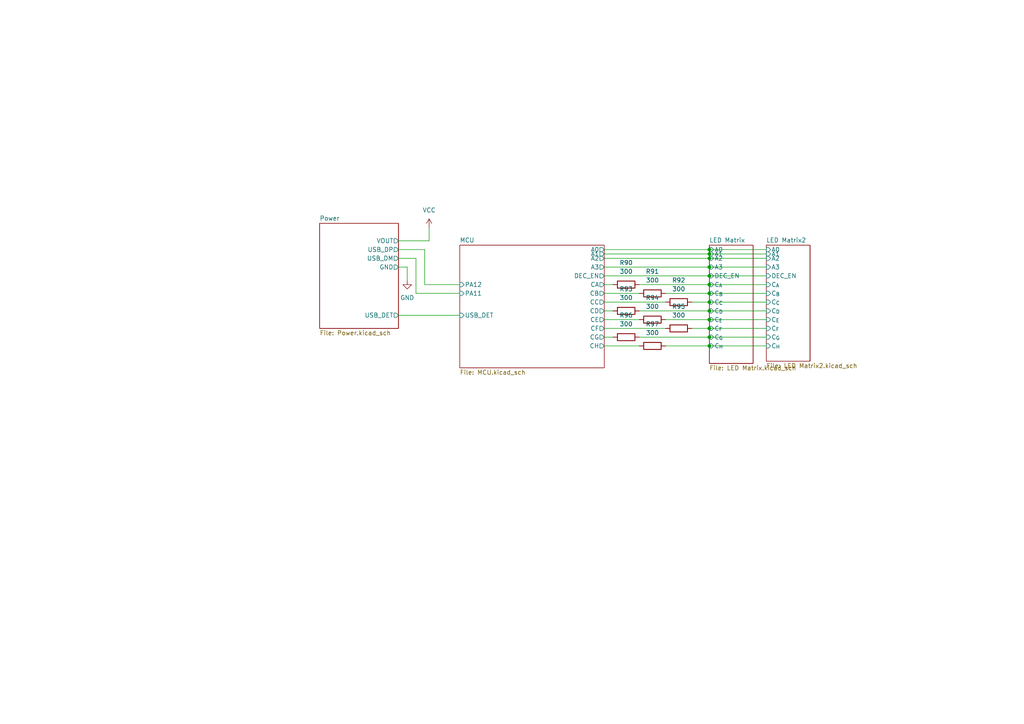
<source format=kicad_sch>
(kicad_sch (version 20231120) (generator "eeschema") (generator_version "8.0")
  (paper "A4")
  (lib_symbols
    (symbol "Device:R" (pin_numbers hide) (pin_names (offset 0))
      (property "Reference" "R" (at 2.032 0 90))
      (property "Value" "R" (at 0 0 90))
      (symbol "R_0_1"
        (rectangle (start -1.016 -2.54) (end 1.016 2.54) (stroke (width 0.254)))
      )
      (symbol "R_1_1"
        (pin passive line (at 0 3.81 270) (length 1.27) (name "~") (number "1"))
        (pin passive line (at 0 -3.81 90) (length 1.27) (name "~") (number "2"))
      )
    )
    (symbol "power:GND" (power) (pin_names (offset 0))
      (property "Value" "GND" (at 0 -3.81 0))
      (symbol "GND_0_1"
        (polyline (pts (xy 0 0) (xy 0 -1.27) (xy 1.27 -1.27) (xy 0 -2.54) (xy -1.27 -1.27) (xy 0 -1.27)))
      )
      (symbol "GND_1_1"
        (pin power_in line (at 0 0 270) (length 0) hide (name "GND") (number "1"))
      )
    )
    (symbol "power:VCC" (power) (pin_names (offset 0))
      (property "Value" "VCC" (at 0 3.81 0))
      (symbol "VCC_0_1"
        (polyline (pts (xy -0.762 1.27) (xy 0 2.54)))
        (polyline (pts (xy 0 0) (xy 0 2.54)))
        (polyline (pts (xy 0 2.54) (xy 0.762 1.27)))
      )
      (symbol "VCC_1_1"
        (pin power_in line (at 0 0 90) (length 0) hide (name "VCC") (number "1"))
      )
    )
  )
  (junction (at 205.74 74.93))
  (junction (at 205.74 77.47))
  (junction (at 205.74 73.66))
  (junction (at 205.74 85.09))
  (junction (at 205.74 90.17))
  (junction (at 205.74 100.33))
  (junction (at 205.74 82.55))
  (junction (at 205.74 97.79))
  (junction (at 205.74 72.39))
  (junction (at 205.74 87.63))
  (junction (at 205.74 95.25))
  (junction (at 205.74 80.01))
  (junction (at 205.74 92.71))
  (wire (pts (xy 123.19 82.55) (xy 133.35 82.55)))
  (wire (pts (xy 200.66 95.25) (xy 205.74 95.25)))
  (wire (pts (xy 200.66 87.63) (xy 205.74 87.63)))
  (wire (pts (xy 175.26 90.17) (xy 177.8 90.17)))
  (wire (pts (xy 133.35 85.09) (xy 120.65 85.09)))
  (wire (pts (xy 205.74 97.79) (xy 222.25 97.79)))
  (wire (pts (xy 185.42 90.17) (xy 205.74 90.17)))
  (wire (pts (xy 175.26 80.01) (xy 205.74 80.01)))
  (wire (pts (xy 115.57 77.47) (xy 118.11 77.47)))
  (wire (pts (xy 205.74 73.66) (xy 222.25 73.66)))
  (wire (pts (xy 175.26 87.63) (xy 193.04 87.63)))
  (wire (pts (xy 124.46 66.04) (xy 124.46 69.85)))
  (wire (pts (xy 175.26 73.66) (xy 205.74 73.66)))
  (wire (pts (xy 175.26 74.93) (xy 205.74 74.93)))
  (wire (pts (xy 115.57 91.44) (xy 133.35 91.44)))
  (wire (pts (xy 205.74 85.09) (xy 222.25 85.09)))
  (wire (pts (xy 124.46 69.85) (xy 115.57 69.85)))
  (wire (pts (xy 175.26 72.39) (xy 205.74 72.39)))
  (wire (pts (xy 175.26 97.79) (xy 177.8 97.79)))
  (wire (pts (xy 175.26 77.47) (xy 205.74 77.47)))
  (wire (pts (xy 175.26 92.71) (xy 185.42 92.71)))
  (wire (pts (xy 193.04 85.09) (xy 205.74 85.09)))
  (wire (pts (xy 205.74 100.33) (xy 222.25 100.33)))
  (wire (pts (xy 185.42 82.55) (xy 205.74 82.55)))
  (wire (pts (xy 175.26 95.25) (xy 193.04 95.25)))
  (wire (pts (xy 205.74 87.63) (xy 222.25 87.63)))
  (wire (pts (xy 193.04 100.33) (xy 205.74 100.33)))
  (wire (pts (xy 205.74 77.47) (xy 222.25 77.47)))
  (wire (pts (xy 118.11 77.47) (xy 118.11 81.28)))
  (wire (pts (xy 115.57 72.39) (xy 123.19 72.39)))
  (wire (pts (xy 205.74 82.55) (xy 222.25 82.55)))
  (wire (pts (xy 175.26 85.09) (xy 185.42 85.09)))
  (wire (pts (xy 175.26 100.33) (xy 185.42 100.33)))
  (wire (pts (xy 205.74 95.25) (xy 222.25 95.25)))
  (wire (pts (xy 120.65 74.93) (xy 115.57 74.93)))
  (wire (pts (xy 120.65 85.09) (xy 120.65 74.93)))
  (wire (pts (xy 205.74 92.71) (xy 222.25 92.71)))
  (wire (pts (xy 185.42 97.79) (xy 205.74 97.79)))
  (wire (pts (xy 175.26 82.55) (xy 177.8 82.55)))
  (wire (pts (xy 205.74 90.17) (xy 222.25 90.17)))
  (wire (pts (xy 205.74 72.39) (xy 222.25 72.39)))
  (wire (pts (xy 205.74 80.01) (xy 222.25 80.01)))
  (wire (pts (xy 193.04 92.71) (xy 205.74 92.71)))
  (wire (pts (xy 205.74 74.93) (xy 222.25 74.93)))
  (wire (pts (xy 123.19 72.39) (xy 123.19 82.55)))
  (symbol (lib_id "Device:R") (at 181.61 97.79 90) (unit 1)
    (property "Reference" "R96" (at 181.61 91.44 90))
    (property "Value" "300" (at 181.61 93.98 90))
    (property "Footprint" "Resistor_SMD:R_0402_1005Metric_Pad0.72x0.64mm_HandSolder" (effects (hide yes)))
  )
  (symbol (lib_id "Device:R") (at 181.61 90.17 90) (unit 1)
    (property "Reference" "R93" (at 181.61 83.82 90))
    (property "Value" "300" (at 181.61 86.36 90))
    (property "Footprint" "Resistor_SMD:R_0402_1005Metric_Pad0.72x0.64mm_HandSolder" (effects (hide yes)))
  )
  (symbol (lib_id "Device:R") (at 181.61 82.55 90) (unit 1)
    (property "Reference" "R90" (at 181.61 76.2 90))
    (property "Value" "300" (at 181.61 78.74 90))
    (property "Footprint" "Resistor_SMD:R_0402_1005Metric_Pad0.72x0.64mm_HandSolder" (effects (hide yes)))
  )
  (symbol (lib_id "power:GND") (at 118.11 81.28 0) (unit 1)
    (property "Reference" "#PWR01" (effects (hide yes)))
    (property "Value" "GND" (at 118.11 86.36 0))
  )
  (symbol (lib_id "Device:R") (at 196.85 95.25 90) (unit 1)
    (property "Reference" "R95" (at 196.85 88.9 90))
    (property "Value" "300" (at 196.85 91.44 90))
    (property "Footprint" "Resistor_SMD:R_0402_1005Metric_Pad0.72x0.64mm_HandSolder" (effects (hide yes)))
  )
  (symbol (lib_id "Device:R") (at 196.85 87.63 90) (unit 1)
    (property "Reference" "R92" (at 196.85 81.28 90))
    (property "Value" "300" (at 196.85 83.82 90))
    (property "Footprint" "Resistor_SMD:R_0402_1005Metric_Pad0.72x0.64mm_HandSolder" (effects (hide yes)))
  )
  (symbol (lib_id "power:VCC") (at 124.46 66.04 0) (unit 1)
    (property "Reference" "#PWR0101" (effects (hide yes)))
    (property "Value" "VCC" (at 124.46 60.96 0))
  )
  (symbol (lib_id "Device:R") (at 189.23 100.33 90) (unit 1)
    (property "Reference" "R97" (at 189.23 93.98 90))
    (property "Value" "300" (at 189.23 96.52 90))
    (property "Footprint" "Resistor_SMD:R_0402_1005Metric_Pad0.72x0.64mm_HandSolder" (effects (hide yes)))
  )
  (symbol (lib_id "Device:R") (at 189.23 85.09 90) (unit 1)
    (property "Reference" "R91" (at 189.23 78.74 90))
    (property "Value" "300" (at 189.23 81.28 90))
    (property "Footprint" "Resistor_SMD:R_0402_1005Metric_Pad0.72x0.64mm_HandSolder" (effects (hide yes)))
  )
  (symbol (lib_id "Device:R") (at 189.23 92.71 90) (unit 1)
    (property "Reference" "R94" (at 189.23 86.36 90))
    (property "Value" "300" (at 189.23 88.9 90))
    (property "Footprint" "Resistor_SMD:R_0402_1005Metric_Pad0.72x0.64mm_HandSolder" (effects (hide yes)))
  )
  (sheet (at 222.25 71.12) (size 12.7 33.655) (stroke (width 0.1524))
    (property "Sheetname" "LED Matrix2" (at 222.25 70.4084 0) (effects (justify left bottom)))
    (property "Sheetfile" "LED Matrix2.kicad_sch" (at 222.25 105.3596 0) (effects (justify left top)))
    (pin "A1" input (at 222.25 73.66 180))
    (pin "A0" input (at 222.25 72.39 180))
    (pin "A2" input (at 222.25 74.93 180))
    (pin "A3" input (at 222.25 77.47 180))
    (pin "C_{H}" input (at 222.25 100.33 180))
    (pin "C_{G}" input (at 222.25 97.79 180))
    (pin "C_{F}" input (at 222.25 95.25 180))
    (pin "C_{E}" input (at 222.25 92.71 180))
    (pin "C_{D}" input (at 222.25 90.17 180))
    (pin "C_{B}" input (at 222.25 85.09 180))
    (pin "C_{A}" input (at 222.25 82.55 180))
    (pin "C_{C}" input (at 222.25 87.63 180))
    (pin "DEC_EN" input (at 222.25 80.01 180))
  )
  (sheet (at 205.74 71.12) (size 12.7 34.29) (stroke (width 0.1524))
    (property "Sheetname" "LED Matrix" (at 205.74 70.4084 0) (effects (justify left bottom)))
    (property "Sheetfile" "LED Matrix.kicad_sch" (at 205.74 105.9946 0) (effects (justify left top)))
    (pin "C_{G}" input (at 205.74 97.79 180))
    (pin "C_{H}" input (at 205.74 100.33 180))
    (pin "C_{E}" input (at 205.74 92.71 180))
    (pin "C_{F}" input (at 205.74 95.25 180))
    (pin "C_{C}" input (at 205.74 87.63 180))
    (pin "C_{D}" input (at 205.74 90.17 180))
    (pin "C_{B}" input (at 205.74 85.09 180))
    (pin "C_{A}" input (at 205.74 82.55 180))
    (pin "A0" input (at 205.74 72.39 180))
    (pin "A1" input (at 205.74 73.66 180))
    (pin "A3" input (at 205.74 77.47 180))
    (pin "A2" input (at 205.74 74.93 180))
    (pin "DEC_EN" input (at 205.74 80.01 180))
  )
  (sheet (at 92.71 64.77) (size 22.86 30.48) (stroke (width 0.1524))
    (property "Sheetname" "Power" (at 92.71 64.0584 0) (effects (justify left bottom)))
    (property "Sheetfile" "Power.kicad_sch" (at 92.71 95.8346 0) (effects (justify left top)))
    (pin "USB_DP" output (at 115.57 72.39 0))
    (pin "USB_DM" output (at 115.57 74.93 0))
    (pin "GND" output (at 115.57 77.47 0))
    (pin "VOUT" output (at 115.57 69.85 0))
    (pin "USB_DET" output (at 115.57 91.44 0))
  )
  (sheet (at 133.35 71.12) (size 41.91 35.56) (stroke (width 0.1524))
    (property "Sheetname" "MCU" (at 133.35 70.4084 0) (effects (justify left bottom)))
    (property "Sheetfile" "MCU.kicad_sch" (at 133.35 107.2646 0) (effects (justify left top)))
    (pin "PA11" input (at 133.35 85.09 180))
    (pin "PA12" input (at 133.35 82.55 180))
    (pin "USB_DET" input (at 133.35 91.44 180))
    (pin "A0" output (at 175.26 72.39 0))
    (pin "A1" output (at 175.26 73.66 0))
    (pin "A2" output (at 175.26 74.93 0))
    (pin "CH" output (at 175.26 100.33 0))
    (pin "CE" output (at 175.26 92.71 0))
    (pin "CG" output (at 175.26 97.79 0))
    (pin "CF" output (at 175.26 95.25 0))
    (pin "CA" output (at 175.26 82.55 0))
    (pin "CC" output (at 175.26 87.63 0))
    (pin "CD" output (at 175.26 90.17 0))
    (pin "CB" output (at 175.26 85.09 0))
    (pin "A3" output (at 175.26 77.47 0))
    (pin "DEC_EN" output (at 175.26 80.01 0))
  )
)
</source>
